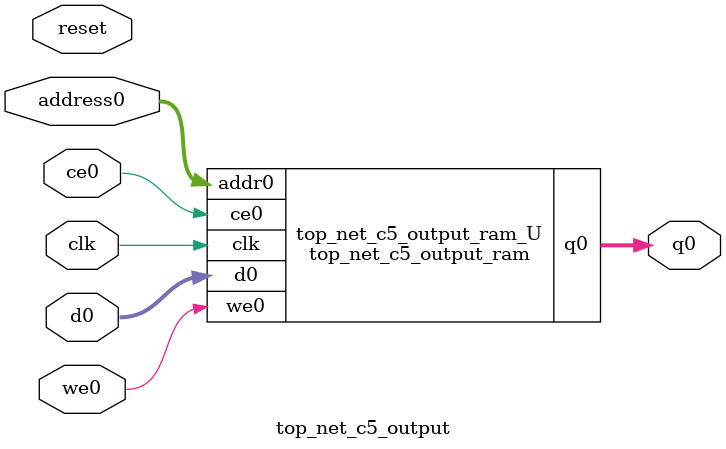
<source format=v>
`timescale 1 ns / 1 ps
module top_net_c5_output_ram (addr0, ce0, d0, we0, q0,  clk);

parameter DWIDTH = 32;
parameter AWIDTH = 4;
parameter MEM_SIZE = 10;

input[AWIDTH-1:0] addr0;
input ce0;
input[DWIDTH-1:0] d0;
input we0;
output reg[DWIDTH-1:0] q0;
input clk;

(* ram_style = "distributed" *)reg [DWIDTH-1:0] ram[0:MEM_SIZE-1];




always @(posedge clk)  
begin 
    if (ce0) 
    begin
        if (we0) 
        begin 
            ram[addr0] <= d0; 
        end 
        q0 <= ram[addr0];
    end
end


endmodule

`timescale 1 ns / 1 ps
module top_net_c5_output(
    reset,
    clk,
    address0,
    ce0,
    we0,
    d0,
    q0);

parameter DataWidth = 32'd32;
parameter AddressRange = 32'd10;
parameter AddressWidth = 32'd4;
input reset;
input clk;
input[AddressWidth - 1:0] address0;
input ce0;
input we0;
input[DataWidth - 1:0] d0;
output[DataWidth - 1:0] q0;



top_net_c5_output_ram top_net_c5_output_ram_U(
    .clk( clk ),
    .addr0( address0 ),
    .ce0( ce0 ),
    .we0( we0 ),
    .d0( d0 ),
    .q0( q0 ));

endmodule


</source>
